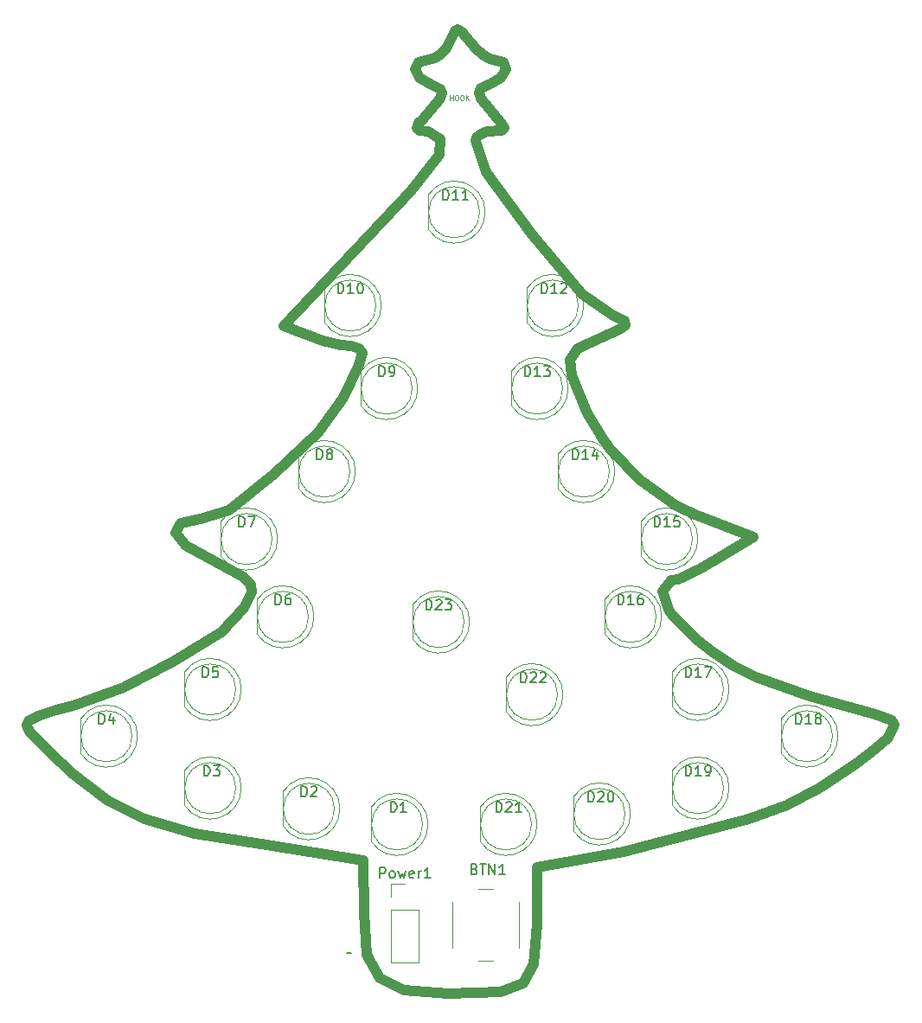
<source format=gbr>
G04 #@! TF.FileFunction,Legend,Top*
%FSLAX46Y46*%
G04 Gerber Fmt 4.6, Leading zero omitted, Abs format (unit mm)*
G04 Created by KiCad (PCBNEW 4.0.7) date 09/09/18 15:16:27*
%MOMM*%
%LPD*%
G01*
G04 APERTURE LIST*
%ADD10C,0.100000*%
%ADD11C,1.000000*%
%ADD12C,0.200000*%
%ADD13C,0.120000*%
%ADD14C,0.150000*%
%ADD15C,0.125000*%
G04 APERTURE END LIST*
D10*
D11*
X123494800Y-139750800D02*
X123799600Y-143814800D01*
X123444000Y-134569200D02*
X123494800Y-139750800D01*
X113487200Y-132994400D02*
X123444000Y-134569200D01*
X106934000Y-131927600D02*
X113487200Y-132994400D01*
X102057200Y-130556000D02*
X106934000Y-131927600D01*
X98450400Y-128778000D02*
X102057200Y-130556000D01*
X94894400Y-126034800D02*
X98450400Y-128778000D01*
X92811600Y-124002800D02*
X94894400Y-126034800D01*
X90881200Y-122021600D02*
X92811600Y-124002800D01*
X90627200Y-121615200D02*
X90881200Y-122021600D01*
X90525600Y-121259600D02*
X90627200Y-121615200D01*
X90678000Y-120954800D02*
X90525600Y-121259600D01*
X90728800Y-120904000D02*
X90678000Y-120954800D01*
X91897200Y-120396000D02*
X90728800Y-120904000D01*
X93370400Y-119888000D02*
X91897200Y-120396000D01*
X95046800Y-119430800D02*
X93370400Y-119888000D01*
X100025200Y-117652800D02*
X95046800Y-119430800D01*
X105003600Y-115062000D02*
X100025200Y-117652800D01*
X109524800Y-112217200D02*
X105003600Y-115062000D01*
X111760000Y-109829600D02*
X109524800Y-112217200D01*
X112522000Y-108356400D02*
X111760000Y-109829600D01*
X112471200Y-107543600D02*
X112522000Y-108356400D01*
X111658400Y-106781600D02*
X112471200Y-107543600D01*
X106121200Y-103784400D02*
X111658400Y-106781600D01*
X105105200Y-102463600D02*
X106121200Y-103784400D01*
X105562400Y-101549200D02*
X105105200Y-102463600D01*
X107492800Y-101142800D02*
X105562400Y-101549200D01*
X110286800Y-100279200D02*
X107492800Y-101142800D01*
X114757200Y-96774000D02*
X110286800Y-100279200D01*
X119075200Y-92659200D02*
X114757200Y-96774000D01*
X121462800Y-89255600D02*
X119075200Y-92659200D01*
X122986800Y-86055200D02*
X121462800Y-89255600D01*
X123342400Y-84886800D02*
X122986800Y-86055200D01*
X123037600Y-84429600D02*
X123342400Y-84886800D01*
X122275600Y-84226400D02*
X123037600Y-84429600D01*
X121259600Y-84124800D02*
X122275600Y-84226400D01*
X119481600Y-83718400D02*
X121259600Y-84124800D01*
X115671600Y-82245200D02*
X119481600Y-83718400D01*
X128117600Y-69037200D02*
X115671600Y-82245200D01*
X130860800Y-65532000D02*
X128117600Y-69037200D01*
X130962400Y-64008000D02*
X130860800Y-65532000D01*
X129794000Y-63195200D02*
X130962400Y-64008000D01*
X128930400Y-63144400D02*
X129794000Y-63195200D01*
X128727200Y-62839600D02*
X128930400Y-63144400D01*
X128879600Y-62382400D02*
X128727200Y-62839600D01*
X129184400Y-62077600D02*
X128879600Y-62382400D01*
X130962400Y-59994800D02*
X129184400Y-62077600D01*
X131165600Y-59436000D02*
X130962400Y-59994800D01*
X130962400Y-59029600D02*
X131165600Y-59436000D01*
X130149600Y-58674000D02*
X130962400Y-59029600D01*
X128930400Y-57962800D02*
X130149600Y-58674000D01*
X128524000Y-57099200D02*
X128930400Y-57962800D01*
X128879600Y-56438800D02*
X128524000Y-57099200D01*
X130454400Y-56032400D02*
X128879600Y-56438800D01*
X131013200Y-55676800D02*
X130454400Y-56032400D01*
X131572000Y-55118000D02*
X131013200Y-55676800D01*
X132384800Y-53390800D02*
X131572000Y-55118000D01*
X132689600Y-53238400D02*
X132384800Y-53390800D01*
X133096000Y-53441600D02*
X132689600Y-53238400D01*
X134467600Y-55118000D02*
X133096000Y-53441600D01*
X135128000Y-55676800D02*
X134467600Y-55118000D01*
X135839200Y-56083200D02*
X135128000Y-55676800D01*
X137160000Y-56438800D02*
X135839200Y-56083200D01*
X137414000Y-57099200D02*
X137160000Y-56438800D01*
X136906000Y-57962800D02*
X137414000Y-57099200D01*
X135890000Y-58572400D02*
X136906000Y-57962800D01*
X134975600Y-58978800D02*
X135890000Y-58572400D01*
X134772400Y-59436000D02*
X134975600Y-58978800D01*
X134975600Y-59994800D02*
X134772400Y-59436000D01*
X137007600Y-62433200D02*
X134975600Y-59994800D01*
X137210800Y-62890400D02*
X137007600Y-62433200D01*
X137007600Y-63093600D02*
X137210800Y-62890400D01*
X135534400Y-63246000D02*
X137007600Y-63093600D01*
X134924800Y-63500000D02*
X135534400Y-63246000D01*
X134569200Y-63804800D02*
X134924800Y-63500000D01*
X134467600Y-64109600D02*
X134569200Y-63804800D01*
X135432800Y-67157600D02*
X134467600Y-64109600D01*
X139954000Y-73253600D02*
X135432800Y-67157600D01*
X144830800Y-79095600D02*
X139954000Y-73253600D01*
X147929600Y-81229200D02*
X144830800Y-79095600D01*
X148996400Y-81737200D02*
X147929600Y-81229200D01*
X149098000Y-82143600D02*
X148996400Y-81737200D01*
X148691600Y-82550000D02*
X149098000Y-82143600D01*
X144475200Y-84429600D02*
X148691600Y-82550000D01*
X143713200Y-85598000D02*
X144475200Y-84429600D01*
X143865600Y-87122000D02*
X143713200Y-85598000D01*
X145389600Y-90779600D02*
X143865600Y-87122000D01*
X147015200Y-93472000D02*
X145389600Y-90779600D01*
X147624800Y-94335600D02*
X147015200Y-93472000D01*
X150520400Y-97332800D02*
X147624800Y-94335600D01*
X154127200Y-99872800D02*
X150520400Y-97332800D01*
X156159200Y-100787200D02*
X154127200Y-99872800D01*
X161645600Y-102920800D02*
X156159200Y-100787200D01*
X158851600Y-104648000D02*
X161645600Y-102920800D01*
X156362400Y-106070400D02*
X158851600Y-104648000D01*
X154279600Y-107086400D02*
X156362400Y-106070400D01*
X153619200Y-107188000D02*
X154279600Y-107086400D01*
X152704800Y-108254800D02*
X153619200Y-107188000D01*
X153416000Y-110236000D02*
X152704800Y-108254800D01*
X153720800Y-110591600D02*
X153416000Y-110236000D01*
X155041600Y-111912400D02*
X153720800Y-110591600D01*
X156108400Y-112979200D02*
X155041600Y-111912400D01*
X157683200Y-114147600D02*
X156108400Y-112979200D01*
X159715200Y-115519200D02*
X157683200Y-114147600D01*
X161848800Y-116636800D02*
X159715200Y-115519200D01*
X167132000Y-118516400D02*
X161848800Y-116636800D01*
X173583600Y-120243600D02*
X167132000Y-118516400D01*
X175158400Y-120904000D02*
X173583600Y-120243600D01*
X175463200Y-121259600D02*
X175158400Y-120904000D01*
X174853600Y-122580400D02*
X175463200Y-121259600D01*
X173532800Y-123647200D02*
X174853600Y-122580400D01*
X171704000Y-125069600D02*
X173532800Y-123647200D01*
X168148000Y-127508000D02*
X171704000Y-125069600D01*
X164947600Y-129184400D02*
X168148000Y-127508000D01*
X161188400Y-130556000D02*
X164947600Y-129184400D01*
X148894800Y-133756400D02*
X161188400Y-130556000D01*
X140462000Y-135280400D02*
X148894800Y-133756400D01*
X140462000Y-140868400D02*
X140462000Y-135280400D01*
X140157200Y-144780000D02*
X140462000Y-140868400D01*
X139090400Y-146608800D02*
X140157200Y-144780000D01*
X136906000Y-147472400D02*
X139090400Y-146608800D01*
X131775200Y-147624800D02*
X136906000Y-147472400D01*
X127406400Y-147269200D02*
X131775200Y-147624800D01*
X125069600Y-146100800D02*
X127406400Y-147269200D01*
X123799600Y-143814800D02*
X125069600Y-146100800D01*
D12*
X121869200Y-143611600D02*
X122275600Y-143611600D01*
D13*
X132168000Y-138668000D02*
X132168000Y-143168000D01*
X136168000Y-137418000D02*
X134668000Y-137418000D01*
X138668000Y-143168000D02*
X138668000Y-138668000D01*
X134668000Y-144418000D02*
X136168000Y-144418000D01*
X129785999Y-131065958D02*
G75*
G03X124186000Y-129424488I-3039999J1958D01*
G01*
X129785999Y-131062042D02*
G75*
G02X124186000Y-132703512I-3039999J-1958D01*
G01*
X129246000Y-131064000D02*
G75*
G03X129246000Y-131064000I-2500000J0D01*
G01*
X124186000Y-129424000D02*
X124186000Y-132704000D01*
X121149999Y-129541958D02*
G75*
G03X115550000Y-127900488I-3039999J1958D01*
G01*
X121149999Y-129538042D02*
G75*
G02X115550000Y-131179512I-3039999J-1958D01*
G01*
X120610000Y-129540000D02*
G75*
G03X120610000Y-129540000I-2500000J0D01*
G01*
X115550000Y-127900000D02*
X115550000Y-131180000D01*
X111497999Y-127509958D02*
G75*
G03X105898000Y-125868488I-3039999J1958D01*
G01*
X111497999Y-127506042D02*
G75*
G02X105898000Y-129147512I-3039999J-1958D01*
G01*
X110958000Y-127508000D02*
G75*
G03X110958000Y-127508000I-2500000J0D01*
G01*
X105898000Y-125868000D02*
X105898000Y-129148000D01*
X101337999Y-122429958D02*
G75*
G03X95738000Y-120788488I-3039999J1958D01*
G01*
X101337999Y-122426042D02*
G75*
G02X95738000Y-124067512I-3039999J-1958D01*
G01*
X100798000Y-122428000D02*
G75*
G03X100798000Y-122428000I-2500000J0D01*
G01*
X95738000Y-120788000D02*
X95738000Y-124068000D01*
X111497999Y-117857958D02*
G75*
G03X105898000Y-116216488I-3039999J1958D01*
G01*
X111497999Y-117854042D02*
G75*
G02X105898000Y-119495512I-3039999J-1958D01*
G01*
X110958000Y-117856000D02*
G75*
G03X110958000Y-117856000I-2500000J0D01*
G01*
X105898000Y-116216000D02*
X105898000Y-119496000D01*
X118609999Y-110745958D02*
G75*
G03X113010000Y-109104488I-3039999J1958D01*
G01*
X118609999Y-110742042D02*
G75*
G02X113010000Y-112383512I-3039999J-1958D01*
G01*
X118070000Y-110744000D02*
G75*
G03X118070000Y-110744000I-2500000J0D01*
G01*
X113010000Y-109104000D02*
X113010000Y-112384000D01*
X115053999Y-103125958D02*
G75*
G03X109454000Y-101484488I-3039999J1958D01*
G01*
X115053999Y-103122042D02*
G75*
G02X109454000Y-104763512I-3039999J-1958D01*
G01*
X114514000Y-103124000D02*
G75*
G03X114514000Y-103124000I-2500000J0D01*
G01*
X109454000Y-101484000D02*
X109454000Y-104764000D01*
X122673999Y-96521958D02*
G75*
G03X117074000Y-94880488I-3039999J1958D01*
G01*
X122673999Y-96518042D02*
G75*
G02X117074000Y-98159512I-3039999J-1958D01*
G01*
X122134000Y-96520000D02*
G75*
G03X122134000Y-96520000I-2500000J0D01*
G01*
X117074000Y-94880000D02*
X117074000Y-98160000D01*
X128769999Y-88393958D02*
G75*
G03X123170000Y-86752488I-3039999J1958D01*
G01*
X128769999Y-88390042D02*
G75*
G02X123170000Y-90031512I-3039999J-1958D01*
G01*
X128230000Y-88392000D02*
G75*
G03X128230000Y-88392000I-2500000J0D01*
G01*
X123170000Y-86752000D02*
X123170000Y-90032000D01*
X125213999Y-80265958D02*
G75*
G03X119614000Y-78624488I-3039999J1958D01*
G01*
X125213999Y-80262042D02*
G75*
G02X119614000Y-81903512I-3039999J-1958D01*
G01*
X124674000Y-80264000D02*
G75*
G03X124674000Y-80264000I-2500000J0D01*
G01*
X119614000Y-78624000D02*
X119614000Y-81904000D01*
X135373999Y-71121958D02*
G75*
G03X129774000Y-69480488I-3039999J1958D01*
G01*
X135373999Y-71118042D02*
G75*
G02X129774000Y-72759512I-3039999J-1958D01*
G01*
X134834000Y-71120000D02*
G75*
G03X134834000Y-71120000I-2500000J0D01*
G01*
X129774000Y-69480000D02*
X129774000Y-72760000D01*
X145025999Y-80265958D02*
G75*
G03X139426000Y-78624488I-3039999J1958D01*
G01*
X145025999Y-80262042D02*
G75*
G02X139426000Y-81903512I-3039999J-1958D01*
G01*
X144486000Y-80264000D02*
G75*
G03X144486000Y-80264000I-2500000J0D01*
G01*
X139426000Y-78624000D02*
X139426000Y-81904000D01*
X143501999Y-88393958D02*
G75*
G03X137902000Y-86752488I-3039999J1958D01*
G01*
X143501999Y-88390042D02*
G75*
G02X137902000Y-90031512I-3039999J-1958D01*
G01*
X142962000Y-88392000D02*
G75*
G03X142962000Y-88392000I-2500000J0D01*
G01*
X137902000Y-86752000D02*
X137902000Y-90032000D01*
X148073999Y-96521958D02*
G75*
G03X142474000Y-94880488I-3039999J1958D01*
G01*
X148073999Y-96518042D02*
G75*
G02X142474000Y-98159512I-3039999J-1958D01*
G01*
X147534000Y-96520000D02*
G75*
G03X147534000Y-96520000I-2500000J0D01*
G01*
X142474000Y-94880000D02*
X142474000Y-98160000D01*
X156201999Y-103125958D02*
G75*
G03X150602000Y-101484488I-3039999J1958D01*
G01*
X156201999Y-103122042D02*
G75*
G02X150602000Y-104763512I-3039999J-1958D01*
G01*
X155662000Y-103124000D02*
G75*
G03X155662000Y-103124000I-2500000J0D01*
G01*
X150602000Y-101484000D02*
X150602000Y-104764000D01*
X152645999Y-110745958D02*
G75*
G03X147046000Y-109104488I-3039999J1958D01*
G01*
X152645999Y-110742042D02*
G75*
G02X147046000Y-112383512I-3039999J-1958D01*
G01*
X152106000Y-110744000D02*
G75*
G03X152106000Y-110744000I-2500000J0D01*
G01*
X147046000Y-109104000D02*
X147046000Y-112384000D01*
X159249999Y-117857958D02*
G75*
G03X153650000Y-116216488I-3039999J1958D01*
G01*
X159249999Y-117854042D02*
G75*
G02X153650000Y-119495512I-3039999J-1958D01*
G01*
X158710000Y-117856000D02*
G75*
G03X158710000Y-117856000I-2500000J0D01*
G01*
X153650000Y-116216000D02*
X153650000Y-119496000D01*
X169917999Y-122429958D02*
G75*
G03X164318000Y-120788488I-3039999J1958D01*
G01*
X169917999Y-122426042D02*
G75*
G02X164318000Y-124067512I-3039999J-1958D01*
G01*
X169378000Y-122428000D02*
G75*
G03X169378000Y-122428000I-2500000J0D01*
G01*
X164318000Y-120788000D02*
X164318000Y-124068000D01*
X159249999Y-127509958D02*
G75*
G03X153650000Y-125868488I-3039999J1958D01*
G01*
X159249999Y-127506042D02*
G75*
G02X153650000Y-129147512I-3039999J-1958D01*
G01*
X158710000Y-127508000D02*
G75*
G03X158710000Y-127508000I-2500000J0D01*
G01*
X153650000Y-125868000D02*
X153650000Y-129148000D01*
X149597999Y-130049958D02*
G75*
G03X143998000Y-128408488I-3039999J1958D01*
G01*
X149597999Y-130046042D02*
G75*
G02X143998000Y-131687512I-3039999J-1958D01*
G01*
X149058000Y-130048000D02*
G75*
G03X149058000Y-130048000I-2500000J0D01*
G01*
X143998000Y-128408000D02*
X143998000Y-131688000D01*
X140453999Y-131065958D02*
G75*
G03X134854000Y-129424488I-3039999J1958D01*
G01*
X140453999Y-131062042D02*
G75*
G02X134854000Y-132703512I-3039999J-1958D01*
G01*
X139914000Y-131064000D02*
G75*
G03X139914000Y-131064000I-2500000J0D01*
G01*
X134854000Y-129424000D02*
X134854000Y-132704000D01*
X142993999Y-118365958D02*
G75*
G03X137394000Y-116724488I-3039999J1958D01*
G01*
X142993999Y-118362042D02*
G75*
G02X137394000Y-120003512I-3039999J-1958D01*
G01*
X142454000Y-118364000D02*
G75*
G03X142454000Y-118364000I-2500000J0D01*
G01*
X137394000Y-116724000D02*
X137394000Y-120004000D01*
X133849999Y-111253958D02*
G75*
G03X128250000Y-109612488I-3039999J1958D01*
G01*
X133849999Y-111250042D02*
G75*
G02X128250000Y-112891512I-3039999J-1958D01*
G01*
X133310000Y-111252000D02*
G75*
G03X133310000Y-111252000I-2500000J0D01*
G01*
X128250000Y-109612000D02*
X128250000Y-112892000D01*
X126178000Y-144586000D02*
X128838000Y-144586000D01*
X126178000Y-139446000D02*
X126178000Y-144586000D01*
X128838000Y-139446000D02*
X128838000Y-144586000D01*
X126178000Y-139446000D02*
X128838000Y-139446000D01*
X126178000Y-138176000D02*
X126178000Y-136846000D01*
X126178000Y-136846000D02*
X127508000Y-136846000D01*
D14*
X134326477Y-135437571D02*
X134469334Y-135485190D01*
X134516953Y-135532810D01*
X134564572Y-135628048D01*
X134564572Y-135770905D01*
X134516953Y-135866143D01*
X134469334Y-135913762D01*
X134374096Y-135961381D01*
X133993143Y-135961381D01*
X133993143Y-134961381D01*
X134326477Y-134961381D01*
X134421715Y-135009000D01*
X134469334Y-135056619D01*
X134516953Y-135151857D01*
X134516953Y-135247095D01*
X134469334Y-135342333D01*
X134421715Y-135389952D01*
X134326477Y-135437571D01*
X133993143Y-135437571D01*
X134850286Y-134961381D02*
X135421715Y-134961381D01*
X135136000Y-135961381D02*
X135136000Y-134961381D01*
X135755048Y-135961381D02*
X135755048Y-134961381D01*
X136326477Y-135961381D01*
X136326477Y-134961381D01*
X137326477Y-135961381D02*
X136755048Y-135961381D01*
X137040762Y-135961381D02*
X137040762Y-134961381D01*
X136945524Y-135104238D01*
X136850286Y-135199476D01*
X136755048Y-135247095D01*
X126134905Y-129865381D02*
X126134905Y-128865381D01*
X126373000Y-128865381D01*
X126515858Y-128913000D01*
X126611096Y-129008238D01*
X126658715Y-129103476D01*
X126706334Y-129293952D01*
X126706334Y-129436810D01*
X126658715Y-129627286D01*
X126611096Y-129722524D01*
X126515858Y-129817762D01*
X126373000Y-129865381D01*
X126134905Y-129865381D01*
X127658715Y-129865381D02*
X127087286Y-129865381D01*
X127373000Y-129865381D02*
X127373000Y-128865381D01*
X127277762Y-129008238D01*
X127182524Y-129103476D01*
X127087286Y-129151095D01*
X117371905Y-128341381D02*
X117371905Y-127341381D01*
X117610000Y-127341381D01*
X117752858Y-127389000D01*
X117848096Y-127484238D01*
X117895715Y-127579476D01*
X117943334Y-127769952D01*
X117943334Y-127912810D01*
X117895715Y-128103286D01*
X117848096Y-128198524D01*
X117752858Y-128293762D01*
X117610000Y-128341381D01*
X117371905Y-128341381D01*
X118324286Y-127436619D02*
X118371905Y-127389000D01*
X118467143Y-127341381D01*
X118705239Y-127341381D01*
X118800477Y-127389000D01*
X118848096Y-127436619D01*
X118895715Y-127531857D01*
X118895715Y-127627095D01*
X118848096Y-127769952D01*
X118276667Y-128341381D01*
X118895715Y-128341381D01*
X107846905Y-126309381D02*
X107846905Y-125309381D01*
X108085000Y-125309381D01*
X108227858Y-125357000D01*
X108323096Y-125452238D01*
X108370715Y-125547476D01*
X108418334Y-125737952D01*
X108418334Y-125880810D01*
X108370715Y-126071286D01*
X108323096Y-126166524D01*
X108227858Y-126261762D01*
X108085000Y-126309381D01*
X107846905Y-126309381D01*
X108751667Y-125309381D02*
X109370715Y-125309381D01*
X109037381Y-125690333D01*
X109180239Y-125690333D01*
X109275477Y-125737952D01*
X109323096Y-125785571D01*
X109370715Y-125880810D01*
X109370715Y-126118905D01*
X109323096Y-126214143D01*
X109275477Y-126261762D01*
X109180239Y-126309381D01*
X108894524Y-126309381D01*
X108799286Y-126261762D01*
X108751667Y-126214143D01*
X97559905Y-121229381D02*
X97559905Y-120229381D01*
X97798000Y-120229381D01*
X97940858Y-120277000D01*
X98036096Y-120372238D01*
X98083715Y-120467476D01*
X98131334Y-120657952D01*
X98131334Y-120800810D01*
X98083715Y-120991286D01*
X98036096Y-121086524D01*
X97940858Y-121181762D01*
X97798000Y-121229381D01*
X97559905Y-121229381D01*
X98988477Y-120562714D02*
X98988477Y-121229381D01*
X98750381Y-120181762D02*
X98512286Y-120896048D01*
X99131334Y-120896048D01*
X107719905Y-116657381D02*
X107719905Y-115657381D01*
X107958000Y-115657381D01*
X108100858Y-115705000D01*
X108196096Y-115800238D01*
X108243715Y-115895476D01*
X108291334Y-116085952D01*
X108291334Y-116228810D01*
X108243715Y-116419286D01*
X108196096Y-116514524D01*
X108100858Y-116609762D01*
X107958000Y-116657381D01*
X107719905Y-116657381D01*
X109196096Y-115657381D02*
X108719905Y-115657381D01*
X108672286Y-116133571D01*
X108719905Y-116085952D01*
X108815143Y-116038333D01*
X109053239Y-116038333D01*
X109148477Y-116085952D01*
X109196096Y-116133571D01*
X109243715Y-116228810D01*
X109243715Y-116466905D01*
X109196096Y-116562143D01*
X109148477Y-116609762D01*
X109053239Y-116657381D01*
X108815143Y-116657381D01*
X108719905Y-116609762D01*
X108672286Y-116562143D01*
X114831905Y-109545381D02*
X114831905Y-108545381D01*
X115070000Y-108545381D01*
X115212858Y-108593000D01*
X115308096Y-108688238D01*
X115355715Y-108783476D01*
X115403334Y-108973952D01*
X115403334Y-109116810D01*
X115355715Y-109307286D01*
X115308096Y-109402524D01*
X115212858Y-109497762D01*
X115070000Y-109545381D01*
X114831905Y-109545381D01*
X116260477Y-108545381D02*
X116070000Y-108545381D01*
X115974762Y-108593000D01*
X115927143Y-108640619D01*
X115831905Y-108783476D01*
X115784286Y-108973952D01*
X115784286Y-109354905D01*
X115831905Y-109450143D01*
X115879524Y-109497762D01*
X115974762Y-109545381D01*
X116165239Y-109545381D01*
X116260477Y-109497762D01*
X116308096Y-109450143D01*
X116355715Y-109354905D01*
X116355715Y-109116810D01*
X116308096Y-109021571D01*
X116260477Y-108973952D01*
X116165239Y-108926333D01*
X115974762Y-108926333D01*
X115879524Y-108973952D01*
X115831905Y-109021571D01*
X115784286Y-109116810D01*
X111275905Y-101925381D02*
X111275905Y-100925381D01*
X111514000Y-100925381D01*
X111656858Y-100973000D01*
X111752096Y-101068238D01*
X111799715Y-101163476D01*
X111847334Y-101353952D01*
X111847334Y-101496810D01*
X111799715Y-101687286D01*
X111752096Y-101782524D01*
X111656858Y-101877762D01*
X111514000Y-101925381D01*
X111275905Y-101925381D01*
X112180667Y-100925381D02*
X112847334Y-100925381D01*
X112418762Y-101925381D01*
X118895905Y-95321381D02*
X118895905Y-94321381D01*
X119134000Y-94321381D01*
X119276858Y-94369000D01*
X119372096Y-94464238D01*
X119419715Y-94559476D01*
X119467334Y-94749952D01*
X119467334Y-94892810D01*
X119419715Y-95083286D01*
X119372096Y-95178524D01*
X119276858Y-95273762D01*
X119134000Y-95321381D01*
X118895905Y-95321381D01*
X120038762Y-94749952D02*
X119943524Y-94702333D01*
X119895905Y-94654714D01*
X119848286Y-94559476D01*
X119848286Y-94511857D01*
X119895905Y-94416619D01*
X119943524Y-94369000D01*
X120038762Y-94321381D01*
X120229239Y-94321381D01*
X120324477Y-94369000D01*
X120372096Y-94416619D01*
X120419715Y-94511857D01*
X120419715Y-94559476D01*
X120372096Y-94654714D01*
X120324477Y-94702333D01*
X120229239Y-94749952D01*
X120038762Y-94749952D01*
X119943524Y-94797571D01*
X119895905Y-94845190D01*
X119848286Y-94940429D01*
X119848286Y-95130905D01*
X119895905Y-95226143D01*
X119943524Y-95273762D01*
X120038762Y-95321381D01*
X120229239Y-95321381D01*
X120324477Y-95273762D01*
X120372096Y-95226143D01*
X120419715Y-95130905D01*
X120419715Y-94940429D01*
X120372096Y-94845190D01*
X120324477Y-94797571D01*
X120229239Y-94749952D01*
X124991905Y-87193381D02*
X124991905Y-86193381D01*
X125230000Y-86193381D01*
X125372858Y-86241000D01*
X125468096Y-86336238D01*
X125515715Y-86431476D01*
X125563334Y-86621952D01*
X125563334Y-86764810D01*
X125515715Y-86955286D01*
X125468096Y-87050524D01*
X125372858Y-87145762D01*
X125230000Y-87193381D01*
X124991905Y-87193381D01*
X126039524Y-87193381D02*
X126230000Y-87193381D01*
X126325239Y-87145762D01*
X126372858Y-87098143D01*
X126468096Y-86955286D01*
X126515715Y-86764810D01*
X126515715Y-86383857D01*
X126468096Y-86288619D01*
X126420477Y-86241000D01*
X126325239Y-86193381D01*
X126134762Y-86193381D01*
X126039524Y-86241000D01*
X125991905Y-86288619D01*
X125944286Y-86383857D01*
X125944286Y-86621952D01*
X125991905Y-86717190D01*
X126039524Y-86764810D01*
X126134762Y-86812429D01*
X126325239Y-86812429D01*
X126420477Y-86764810D01*
X126468096Y-86717190D01*
X126515715Y-86621952D01*
X120959714Y-79065381D02*
X120959714Y-78065381D01*
X121197809Y-78065381D01*
X121340667Y-78113000D01*
X121435905Y-78208238D01*
X121483524Y-78303476D01*
X121531143Y-78493952D01*
X121531143Y-78636810D01*
X121483524Y-78827286D01*
X121435905Y-78922524D01*
X121340667Y-79017762D01*
X121197809Y-79065381D01*
X120959714Y-79065381D01*
X122483524Y-79065381D02*
X121912095Y-79065381D01*
X122197809Y-79065381D02*
X122197809Y-78065381D01*
X122102571Y-78208238D01*
X122007333Y-78303476D01*
X121912095Y-78351095D01*
X123102571Y-78065381D02*
X123197810Y-78065381D01*
X123293048Y-78113000D01*
X123340667Y-78160619D01*
X123388286Y-78255857D01*
X123435905Y-78446333D01*
X123435905Y-78684429D01*
X123388286Y-78874905D01*
X123340667Y-78970143D01*
X123293048Y-79017762D01*
X123197810Y-79065381D01*
X123102571Y-79065381D01*
X123007333Y-79017762D01*
X122959714Y-78970143D01*
X122912095Y-78874905D01*
X122864476Y-78684429D01*
X122864476Y-78446333D01*
X122912095Y-78255857D01*
X122959714Y-78160619D01*
X123007333Y-78113000D01*
X123102571Y-78065381D01*
X131246714Y-69921381D02*
X131246714Y-68921381D01*
X131484809Y-68921381D01*
X131627667Y-68969000D01*
X131722905Y-69064238D01*
X131770524Y-69159476D01*
X131818143Y-69349952D01*
X131818143Y-69492810D01*
X131770524Y-69683286D01*
X131722905Y-69778524D01*
X131627667Y-69873762D01*
X131484809Y-69921381D01*
X131246714Y-69921381D01*
X132770524Y-69921381D02*
X132199095Y-69921381D01*
X132484809Y-69921381D02*
X132484809Y-68921381D01*
X132389571Y-69064238D01*
X132294333Y-69159476D01*
X132199095Y-69207095D01*
X133722905Y-69921381D02*
X133151476Y-69921381D01*
X133437190Y-69921381D02*
X133437190Y-68921381D01*
X133341952Y-69064238D01*
X133246714Y-69159476D01*
X133151476Y-69207095D01*
X140898714Y-79065381D02*
X140898714Y-78065381D01*
X141136809Y-78065381D01*
X141279667Y-78113000D01*
X141374905Y-78208238D01*
X141422524Y-78303476D01*
X141470143Y-78493952D01*
X141470143Y-78636810D01*
X141422524Y-78827286D01*
X141374905Y-78922524D01*
X141279667Y-79017762D01*
X141136809Y-79065381D01*
X140898714Y-79065381D01*
X142422524Y-79065381D02*
X141851095Y-79065381D01*
X142136809Y-79065381D02*
X142136809Y-78065381D01*
X142041571Y-78208238D01*
X141946333Y-78303476D01*
X141851095Y-78351095D01*
X142803476Y-78160619D02*
X142851095Y-78113000D01*
X142946333Y-78065381D01*
X143184429Y-78065381D01*
X143279667Y-78113000D01*
X143327286Y-78160619D01*
X143374905Y-78255857D01*
X143374905Y-78351095D01*
X143327286Y-78493952D01*
X142755857Y-79065381D01*
X143374905Y-79065381D01*
X139247714Y-87193381D02*
X139247714Y-86193381D01*
X139485809Y-86193381D01*
X139628667Y-86241000D01*
X139723905Y-86336238D01*
X139771524Y-86431476D01*
X139819143Y-86621952D01*
X139819143Y-86764810D01*
X139771524Y-86955286D01*
X139723905Y-87050524D01*
X139628667Y-87145762D01*
X139485809Y-87193381D01*
X139247714Y-87193381D01*
X140771524Y-87193381D02*
X140200095Y-87193381D01*
X140485809Y-87193381D02*
X140485809Y-86193381D01*
X140390571Y-86336238D01*
X140295333Y-86431476D01*
X140200095Y-86479095D01*
X141104857Y-86193381D02*
X141723905Y-86193381D01*
X141390571Y-86574333D01*
X141533429Y-86574333D01*
X141628667Y-86621952D01*
X141676286Y-86669571D01*
X141723905Y-86764810D01*
X141723905Y-87002905D01*
X141676286Y-87098143D01*
X141628667Y-87145762D01*
X141533429Y-87193381D01*
X141247714Y-87193381D01*
X141152476Y-87145762D01*
X141104857Y-87098143D01*
X143946714Y-95321381D02*
X143946714Y-94321381D01*
X144184809Y-94321381D01*
X144327667Y-94369000D01*
X144422905Y-94464238D01*
X144470524Y-94559476D01*
X144518143Y-94749952D01*
X144518143Y-94892810D01*
X144470524Y-95083286D01*
X144422905Y-95178524D01*
X144327667Y-95273762D01*
X144184809Y-95321381D01*
X143946714Y-95321381D01*
X145470524Y-95321381D02*
X144899095Y-95321381D01*
X145184809Y-95321381D02*
X145184809Y-94321381D01*
X145089571Y-94464238D01*
X144994333Y-94559476D01*
X144899095Y-94607095D01*
X146327667Y-94654714D02*
X146327667Y-95321381D01*
X146089571Y-94273762D02*
X145851476Y-94988048D01*
X146470524Y-94988048D01*
X151947714Y-101925381D02*
X151947714Y-100925381D01*
X152185809Y-100925381D01*
X152328667Y-100973000D01*
X152423905Y-101068238D01*
X152471524Y-101163476D01*
X152519143Y-101353952D01*
X152519143Y-101496810D01*
X152471524Y-101687286D01*
X152423905Y-101782524D01*
X152328667Y-101877762D01*
X152185809Y-101925381D01*
X151947714Y-101925381D01*
X153471524Y-101925381D02*
X152900095Y-101925381D01*
X153185809Y-101925381D02*
X153185809Y-100925381D01*
X153090571Y-101068238D01*
X152995333Y-101163476D01*
X152900095Y-101211095D01*
X154376286Y-100925381D02*
X153900095Y-100925381D01*
X153852476Y-101401571D01*
X153900095Y-101353952D01*
X153995333Y-101306333D01*
X154233429Y-101306333D01*
X154328667Y-101353952D01*
X154376286Y-101401571D01*
X154423905Y-101496810D01*
X154423905Y-101734905D01*
X154376286Y-101830143D01*
X154328667Y-101877762D01*
X154233429Y-101925381D01*
X153995333Y-101925381D01*
X153900095Y-101877762D01*
X153852476Y-101830143D01*
X148391714Y-109545381D02*
X148391714Y-108545381D01*
X148629809Y-108545381D01*
X148772667Y-108593000D01*
X148867905Y-108688238D01*
X148915524Y-108783476D01*
X148963143Y-108973952D01*
X148963143Y-109116810D01*
X148915524Y-109307286D01*
X148867905Y-109402524D01*
X148772667Y-109497762D01*
X148629809Y-109545381D01*
X148391714Y-109545381D01*
X149915524Y-109545381D02*
X149344095Y-109545381D01*
X149629809Y-109545381D02*
X149629809Y-108545381D01*
X149534571Y-108688238D01*
X149439333Y-108783476D01*
X149344095Y-108831095D01*
X150772667Y-108545381D02*
X150582190Y-108545381D01*
X150486952Y-108593000D01*
X150439333Y-108640619D01*
X150344095Y-108783476D01*
X150296476Y-108973952D01*
X150296476Y-109354905D01*
X150344095Y-109450143D01*
X150391714Y-109497762D01*
X150486952Y-109545381D01*
X150677429Y-109545381D01*
X150772667Y-109497762D01*
X150820286Y-109450143D01*
X150867905Y-109354905D01*
X150867905Y-109116810D01*
X150820286Y-109021571D01*
X150772667Y-108973952D01*
X150677429Y-108926333D01*
X150486952Y-108926333D01*
X150391714Y-108973952D01*
X150344095Y-109021571D01*
X150296476Y-109116810D01*
X154995714Y-116657381D02*
X154995714Y-115657381D01*
X155233809Y-115657381D01*
X155376667Y-115705000D01*
X155471905Y-115800238D01*
X155519524Y-115895476D01*
X155567143Y-116085952D01*
X155567143Y-116228810D01*
X155519524Y-116419286D01*
X155471905Y-116514524D01*
X155376667Y-116609762D01*
X155233809Y-116657381D01*
X154995714Y-116657381D01*
X156519524Y-116657381D02*
X155948095Y-116657381D01*
X156233809Y-116657381D02*
X156233809Y-115657381D01*
X156138571Y-115800238D01*
X156043333Y-115895476D01*
X155948095Y-115943095D01*
X156852857Y-115657381D02*
X157519524Y-115657381D01*
X157090952Y-116657381D01*
X165790714Y-121229381D02*
X165790714Y-120229381D01*
X166028809Y-120229381D01*
X166171667Y-120277000D01*
X166266905Y-120372238D01*
X166314524Y-120467476D01*
X166362143Y-120657952D01*
X166362143Y-120800810D01*
X166314524Y-120991286D01*
X166266905Y-121086524D01*
X166171667Y-121181762D01*
X166028809Y-121229381D01*
X165790714Y-121229381D01*
X167314524Y-121229381D02*
X166743095Y-121229381D01*
X167028809Y-121229381D02*
X167028809Y-120229381D01*
X166933571Y-120372238D01*
X166838333Y-120467476D01*
X166743095Y-120515095D01*
X167885952Y-120657952D02*
X167790714Y-120610333D01*
X167743095Y-120562714D01*
X167695476Y-120467476D01*
X167695476Y-120419857D01*
X167743095Y-120324619D01*
X167790714Y-120277000D01*
X167885952Y-120229381D01*
X168076429Y-120229381D01*
X168171667Y-120277000D01*
X168219286Y-120324619D01*
X168266905Y-120419857D01*
X168266905Y-120467476D01*
X168219286Y-120562714D01*
X168171667Y-120610333D01*
X168076429Y-120657952D01*
X167885952Y-120657952D01*
X167790714Y-120705571D01*
X167743095Y-120753190D01*
X167695476Y-120848429D01*
X167695476Y-121038905D01*
X167743095Y-121134143D01*
X167790714Y-121181762D01*
X167885952Y-121229381D01*
X168076429Y-121229381D01*
X168171667Y-121181762D01*
X168219286Y-121134143D01*
X168266905Y-121038905D01*
X168266905Y-120848429D01*
X168219286Y-120753190D01*
X168171667Y-120705571D01*
X168076429Y-120657952D01*
X154995714Y-126309381D02*
X154995714Y-125309381D01*
X155233809Y-125309381D01*
X155376667Y-125357000D01*
X155471905Y-125452238D01*
X155519524Y-125547476D01*
X155567143Y-125737952D01*
X155567143Y-125880810D01*
X155519524Y-126071286D01*
X155471905Y-126166524D01*
X155376667Y-126261762D01*
X155233809Y-126309381D01*
X154995714Y-126309381D01*
X156519524Y-126309381D02*
X155948095Y-126309381D01*
X156233809Y-126309381D02*
X156233809Y-125309381D01*
X156138571Y-125452238D01*
X156043333Y-125547476D01*
X155948095Y-125595095D01*
X156995714Y-126309381D02*
X157186190Y-126309381D01*
X157281429Y-126261762D01*
X157329048Y-126214143D01*
X157424286Y-126071286D01*
X157471905Y-125880810D01*
X157471905Y-125499857D01*
X157424286Y-125404619D01*
X157376667Y-125357000D01*
X157281429Y-125309381D01*
X157090952Y-125309381D01*
X156995714Y-125357000D01*
X156948095Y-125404619D01*
X156900476Y-125499857D01*
X156900476Y-125737952D01*
X156948095Y-125833190D01*
X156995714Y-125880810D01*
X157090952Y-125928429D01*
X157281429Y-125928429D01*
X157376667Y-125880810D01*
X157424286Y-125833190D01*
X157471905Y-125737952D01*
X145470714Y-128849381D02*
X145470714Y-127849381D01*
X145708809Y-127849381D01*
X145851667Y-127897000D01*
X145946905Y-127992238D01*
X145994524Y-128087476D01*
X146042143Y-128277952D01*
X146042143Y-128420810D01*
X145994524Y-128611286D01*
X145946905Y-128706524D01*
X145851667Y-128801762D01*
X145708809Y-128849381D01*
X145470714Y-128849381D01*
X146423095Y-127944619D02*
X146470714Y-127897000D01*
X146565952Y-127849381D01*
X146804048Y-127849381D01*
X146899286Y-127897000D01*
X146946905Y-127944619D01*
X146994524Y-128039857D01*
X146994524Y-128135095D01*
X146946905Y-128277952D01*
X146375476Y-128849381D01*
X146994524Y-128849381D01*
X147613571Y-127849381D02*
X147708810Y-127849381D01*
X147804048Y-127897000D01*
X147851667Y-127944619D01*
X147899286Y-128039857D01*
X147946905Y-128230333D01*
X147946905Y-128468429D01*
X147899286Y-128658905D01*
X147851667Y-128754143D01*
X147804048Y-128801762D01*
X147708810Y-128849381D01*
X147613571Y-128849381D01*
X147518333Y-128801762D01*
X147470714Y-128754143D01*
X147423095Y-128658905D01*
X147375476Y-128468429D01*
X147375476Y-128230333D01*
X147423095Y-128039857D01*
X147470714Y-127944619D01*
X147518333Y-127897000D01*
X147613571Y-127849381D01*
X136453714Y-129865381D02*
X136453714Y-128865381D01*
X136691809Y-128865381D01*
X136834667Y-128913000D01*
X136929905Y-129008238D01*
X136977524Y-129103476D01*
X137025143Y-129293952D01*
X137025143Y-129436810D01*
X136977524Y-129627286D01*
X136929905Y-129722524D01*
X136834667Y-129817762D01*
X136691809Y-129865381D01*
X136453714Y-129865381D01*
X137406095Y-128960619D02*
X137453714Y-128913000D01*
X137548952Y-128865381D01*
X137787048Y-128865381D01*
X137882286Y-128913000D01*
X137929905Y-128960619D01*
X137977524Y-129055857D01*
X137977524Y-129151095D01*
X137929905Y-129293952D01*
X137358476Y-129865381D01*
X137977524Y-129865381D01*
X138929905Y-129865381D02*
X138358476Y-129865381D01*
X138644190Y-129865381D02*
X138644190Y-128865381D01*
X138548952Y-129008238D01*
X138453714Y-129103476D01*
X138358476Y-129151095D01*
X138866714Y-117165381D02*
X138866714Y-116165381D01*
X139104809Y-116165381D01*
X139247667Y-116213000D01*
X139342905Y-116308238D01*
X139390524Y-116403476D01*
X139438143Y-116593952D01*
X139438143Y-116736810D01*
X139390524Y-116927286D01*
X139342905Y-117022524D01*
X139247667Y-117117762D01*
X139104809Y-117165381D01*
X138866714Y-117165381D01*
X139819095Y-116260619D02*
X139866714Y-116213000D01*
X139961952Y-116165381D01*
X140200048Y-116165381D01*
X140295286Y-116213000D01*
X140342905Y-116260619D01*
X140390524Y-116355857D01*
X140390524Y-116451095D01*
X140342905Y-116593952D01*
X139771476Y-117165381D01*
X140390524Y-117165381D01*
X140771476Y-116260619D02*
X140819095Y-116213000D01*
X140914333Y-116165381D01*
X141152429Y-116165381D01*
X141247667Y-116213000D01*
X141295286Y-116260619D01*
X141342905Y-116355857D01*
X141342905Y-116451095D01*
X141295286Y-116593952D01*
X140723857Y-117165381D01*
X141342905Y-117165381D01*
X129595714Y-110053381D02*
X129595714Y-109053381D01*
X129833809Y-109053381D01*
X129976667Y-109101000D01*
X130071905Y-109196238D01*
X130119524Y-109291476D01*
X130167143Y-109481952D01*
X130167143Y-109624810D01*
X130119524Y-109815286D01*
X130071905Y-109910524D01*
X129976667Y-110005762D01*
X129833809Y-110053381D01*
X129595714Y-110053381D01*
X130548095Y-109148619D02*
X130595714Y-109101000D01*
X130690952Y-109053381D01*
X130929048Y-109053381D01*
X131024286Y-109101000D01*
X131071905Y-109148619D01*
X131119524Y-109243857D01*
X131119524Y-109339095D01*
X131071905Y-109481952D01*
X130500476Y-110053381D01*
X131119524Y-110053381D01*
X131452857Y-109053381D02*
X132071905Y-109053381D01*
X131738571Y-109434333D01*
X131881429Y-109434333D01*
X131976667Y-109481952D01*
X132024286Y-109529571D01*
X132071905Y-109624810D01*
X132071905Y-109862905D01*
X132024286Y-109958143D01*
X131976667Y-110005762D01*
X131881429Y-110053381D01*
X131595714Y-110053381D01*
X131500476Y-110005762D01*
X131452857Y-109958143D01*
X125055619Y-136298381D02*
X125055619Y-135298381D01*
X125436572Y-135298381D01*
X125531810Y-135346000D01*
X125579429Y-135393619D01*
X125627048Y-135488857D01*
X125627048Y-135631714D01*
X125579429Y-135726952D01*
X125531810Y-135774571D01*
X125436572Y-135822190D01*
X125055619Y-135822190D01*
X126198476Y-136298381D02*
X126103238Y-136250762D01*
X126055619Y-136203143D01*
X126008000Y-136107905D01*
X126008000Y-135822190D01*
X126055619Y-135726952D01*
X126103238Y-135679333D01*
X126198476Y-135631714D01*
X126341334Y-135631714D01*
X126436572Y-135679333D01*
X126484191Y-135726952D01*
X126531810Y-135822190D01*
X126531810Y-136107905D01*
X126484191Y-136203143D01*
X126436572Y-136250762D01*
X126341334Y-136298381D01*
X126198476Y-136298381D01*
X126865143Y-135631714D02*
X127055619Y-136298381D01*
X127246096Y-135822190D01*
X127436572Y-136298381D01*
X127627048Y-135631714D01*
X128388953Y-136250762D02*
X128293715Y-136298381D01*
X128103238Y-136298381D01*
X128008000Y-136250762D01*
X127960381Y-136155524D01*
X127960381Y-135774571D01*
X128008000Y-135679333D01*
X128103238Y-135631714D01*
X128293715Y-135631714D01*
X128388953Y-135679333D01*
X128436572Y-135774571D01*
X128436572Y-135869810D01*
X127960381Y-135965048D01*
X128865143Y-136298381D02*
X128865143Y-135631714D01*
X128865143Y-135822190D02*
X128912762Y-135726952D01*
X128960381Y-135679333D01*
X129055619Y-135631714D01*
X129150858Y-135631714D01*
X130008001Y-136298381D02*
X129436572Y-136298381D01*
X129722286Y-136298381D02*
X129722286Y-135298381D01*
X129627048Y-135441238D01*
X129531810Y-135536476D01*
X129436572Y-135584095D01*
D15*
X131925333Y-60170190D02*
X131925333Y-59670190D01*
X131925333Y-59908286D02*
X132211047Y-59908286D01*
X132211047Y-60170190D02*
X132211047Y-59670190D01*
X132544381Y-59670190D02*
X132639619Y-59670190D01*
X132687238Y-59694000D01*
X132734857Y-59741619D01*
X132758666Y-59836857D01*
X132758666Y-60003524D01*
X132734857Y-60098762D01*
X132687238Y-60146381D01*
X132639619Y-60170190D01*
X132544381Y-60170190D01*
X132496762Y-60146381D01*
X132449143Y-60098762D01*
X132425333Y-60003524D01*
X132425333Y-59836857D01*
X132449143Y-59741619D01*
X132496762Y-59694000D01*
X132544381Y-59670190D01*
X133068191Y-59670190D02*
X133163429Y-59670190D01*
X133211048Y-59694000D01*
X133258667Y-59741619D01*
X133282476Y-59836857D01*
X133282476Y-60003524D01*
X133258667Y-60098762D01*
X133211048Y-60146381D01*
X133163429Y-60170190D01*
X133068191Y-60170190D01*
X133020572Y-60146381D01*
X132972953Y-60098762D01*
X132949143Y-60003524D01*
X132949143Y-59836857D01*
X132972953Y-59741619D01*
X133020572Y-59694000D01*
X133068191Y-59670190D01*
X133496763Y-60170190D02*
X133496763Y-59670190D01*
X133782477Y-60170190D02*
X133568191Y-59884476D01*
X133782477Y-59670190D02*
X133496763Y-59955905D01*
M02*

</source>
